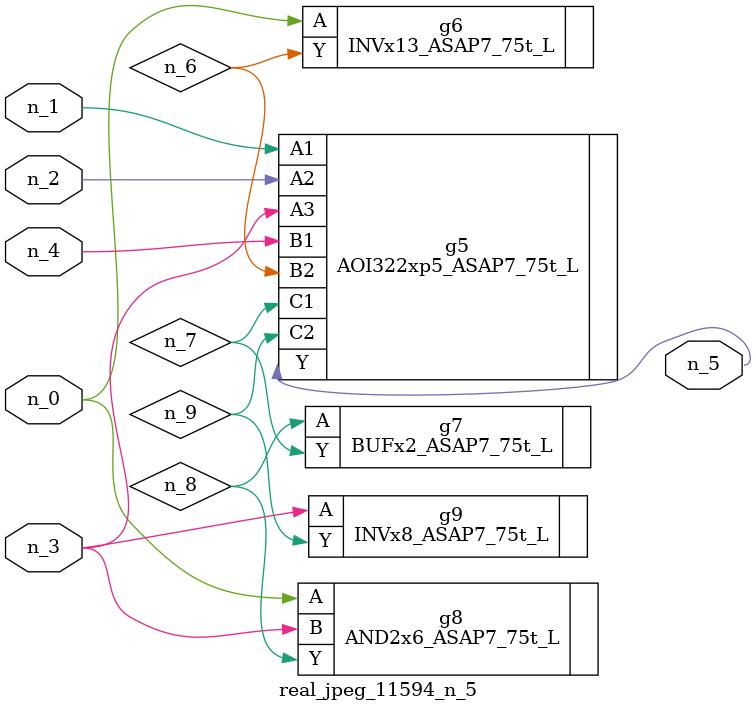
<source format=v>
module real_jpeg_11594_n_5 (n_4, n_0, n_1, n_2, n_3, n_5);

input n_4;
input n_0;
input n_1;
input n_2;
input n_3;

output n_5;

wire n_8;
wire n_6;
wire n_7;
wire n_9;

INVx13_ASAP7_75t_L g6 ( 
.A(n_0),
.Y(n_6)
);

AND2x6_ASAP7_75t_L g8 ( 
.A(n_0),
.B(n_3),
.Y(n_8)
);

AOI322xp5_ASAP7_75t_L g5 ( 
.A1(n_1),
.A2(n_2),
.A3(n_3),
.B1(n_4),
.B2(n_6),
.C1(n_7),
.C2(n_9),
.Y(n_5)
);

INVx8_ASAP7_75t_L g9 ( 
.A(n_3),
.Y(n_9)
);

BUFx2_ASAP7_75t_L g7 ( 
.A(n_8),
.Y(n_7)
);


endmodule
</source>
